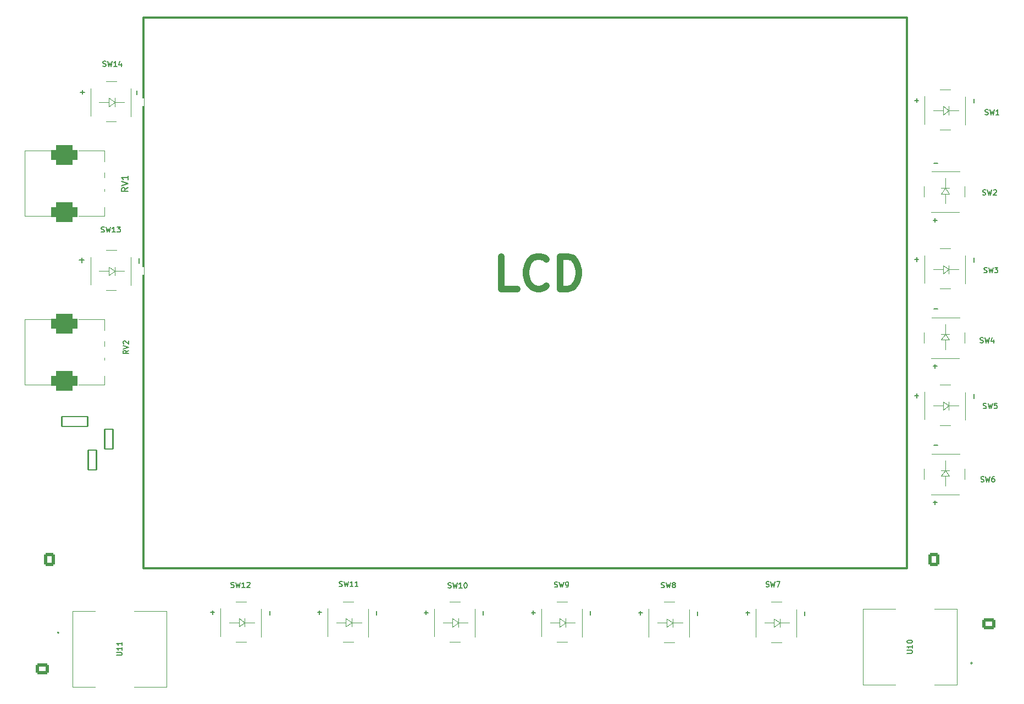
<source format=gto>
G04 #@! TF.GenerationSoftware,KiCad,Pcbnew,9.0.0*
G04 #@! TF.CreationDate,2025-03-19T22:07:30+07:00*
G04 #@! TF.ProjectId,USB_Screen_V0,5553425f-5363-4726-9565-6e5f56302e6b,rev?*
G04 #@! TF.SameCoordinates,PX3f8d880PY80f7230*
G04 #@! TF.FileFunction,Legend,Top*
G04 #@! TF.FilePolarity,Positive*
%FSLAX46Y46*%
G04 Gerber Fmt 4.6, Leading zero omitted, Abs format (unit mm)*
G04 Created by KiCad (PCBNEW 9.0.0) date 2025-03-19 22:07:30*
%MOMM*%
%LPD*%
G01*
G04 APERTURE LIST*
G04 Aperture macros list*
%AMRoundRect*
0 Rectangle with rounded corners*
0 $1 Rounding radius*
0 $2 $3 $4 $5 $6 $7 $8 $9 X,Y pos of 4 corners*
0 Add a 4 corners polygon primitive as box body*
4,1,4,$2,$3,$4,$5,$6,$7,$8,$9,$2,$3,0*
0 Add four circle primitives for the rounded corners*
1,1,$1+$1,$2,$3*
1,1,$1+$1,$4,$5*
1,1,$1+$1,$6,$7*
1,1,$1+$1,$8,$9*
0 Add four rect primitives between the rounded corners*
20,1,$1+$1,$2,$3,$4,$5,0*
20,1,$1+$1,$4,$5,$6,$7,0*
20,1,$1+$1,$6,$7,$8,$9,0*
20,1,$1+$1,$8,$9,$2,$3,0*%
G04 Aperture macros list end*
%ADD10C,0.300000*%
%ADD11C,1.000000*%
%ADD12C,0.200000*%
%ADD13C,0.150000*%
%ADD14C,0.120000*%
%ADD15C,0.100000*%
%ADD16C,1.013500*%
%ADD17R,1.200000X1.500000*%
%ADD18R,1.600000X1.200000*%
%ADD19C,3.200000*%
%ADD20R,1.500000X1.200000*%
%ADD21R,1.200000X1.600000*%
%ADD22R,1.800000X1.800000*%
%ADD23C,1.800000*%
%ADD24RoundRect,0.750000X1.250000X0.750000X-1.250000X0.750000X-1.250000X-0.750000X1.250000X-0.750000X0*%
%ADD25C,1.650000*%
%ADD26C,4.708000*%
%ADD27RoundRect,0.250000X-0.600000X-0.725000X0.600000X-0.725000X0.600000X0.725000X-0.600000X0.725000X0*%
%ADD28O,1.700000X1.950000*%
%ADD29R,1.700000X1.700000*%
%ADD30O,1.700000X1.700000*%
%ADD31C,0.520000*%
%ADD32O,0.520000X0.720000*%
%ADD33O,1.304000X1.554000*%
%ADD34RoundRect,0.250000X0.725000X-0.600000X0.725000X0.600000X-0.725000X0.600000X-0.725000X-0.600000X0*%
%ADD35O,1.950000X1.700000*%
%ADD36RoundRect,0.250000X-0.725000X0.600000X-0.725000X-0.600000X0.725000X-0.600000X0.725000X0.600000X0*%
%ADD37RoundRect,0.102000X-2.000000X0.750000X-2.000000X-0.750000X2.000000X-0.750000X2.000000X0.750000X0*%
%ADD38RoundRect,0.102000X-0.650000X1.500000X-0.650000X-1.500000X0.650000X-1.500000X0.650000X1.500000X0*%
G04 APERTURE END LIST*
D10*
X18454000Y106225000D02*
X136104000Y106225000D01*
X136104000Y21340000D01*
X18454000Y21340000D01*
X18454000Y106225000D01*
D11*
X75999322Y64403905D02*
X73618370Y64403905D01*
X73618370Y64403905D02*
X73618370Y69403905D01*
X80523132Y64880096D02*
X80285036Y64642000D01*
X80285036Y64642000D02*
X79570751Y64403905D01*
X79570751Y64403905D02*
X79094560Y64403905D01*
X79094560Y64403905D02*
X78380274Y64642000D01*
X78380274Y64642000D02*
X77904084Y65118191D01*
X77904084Y65118191D02*
X77665989Y65594381D01*
X77665989Y65594381D02*
X77427893Y66546762D01*
X77427893Y66546762D02*
X77427893Y67261048D01*
X77427893Y67261048D02*
X77665989Y68213429D01*
X77665989Y68213429D02*
X77904084Y68689620D01*
X77904084Y68689620D02*
X78380274Y69165810D01*
X78380274Y69165810D02*
X79094560Y69403905D01*
X79094560Y69403905D02*
X79570751Y69403905D01*
X79570751Y69403905D02*
X80285036Y69165810D01*
X80285036Y69165810D02*
X80523132Y68927715D01*
X82665989Y64403905D02*
X82665989Y69403905D01*
X82665989Y69403905D02*
X83856465Y69403905D01*
X83856465Y69403905D02*
X84570751Y69165810D01*
X84570751Y69165810D02*
X85046941Y68689620D01*
X85046941Y68689620D02*
X85285036Y68213429D01*
X85285036Y68213429D02*
X85523132Y67261048D01*
X85523132Y67261048D02*
X85523132Y66546762D01*
X85523132Y66546762D02*
X85285036Y65594381D01*
X85285036Y65594381D02*
X85046941Y65118191D01*
X85046941Y65118191D02*
X84570751Y64642000D01*
X84570751Y64642000D02*
X83856465Y64403905D01*
X83856465Y64403905D02*
X82665989Y64403905D01*
D12*
X148108332Y91263400D02*
X148222618Y91225305D01*
X148222618Y91225305D02*
X148413094Y91225305D01*
X148413094Y91225305D02*
X148489285Y91263400D01*
X148489285Y91263400D02*
X148527380Y91301496D01*
X148527380Y91301496D02*
X148565475Y91377686D01*
X148565475Y91377686D02*
X148565475Y91453877D01*
X148565475Y91453877D02*
X148527380Y91530067D01*
X148527380Y91530067D02*
X148489285Y91568162D01*
X148489285Y91568162D02*
X148413094Y91606258D01*
X148413094Y91606258D02*
X148260713Y91644353D01*
X148260713Y91644353D02*
X148184523Y91682448D01*
X148184523Y91682448D02*
X148146428Y91720543D01*
X148146428Y91720543D02*
X148108332Y91796734D01*
X148108332Y91796734D02*
X148108332Y91872924D01*
X148108332Y91872924D02*
X148146428Y91949115D01*
X148146428Y91949115D02*
X148184523Y91987210D01*
X148184523Y91987210D02*
X148260713Y92025305D01*
X148260713Y92025305D02*
X148451190Y92025305D01*
X148451190Y92025305D02*
X148565475Y91987210D01*
X148832142Y92025305D02*
X149022618Y91225305D01*
X149022618Y91225305D02*
X149174999Y91796734D01*
X149174999Y91796734D02*
X149327380Y91225305D01*
X149327380Y91225305D02*
X149517857Y92025305D01*
X150241666Y91225305D02*
X149784523Y91225305D01*
X150013095Y91225305D02*
X150013095Y92025305D01*
X150013095Y92025305D02*
X149936904Y91911020D01*
X149936904Y91911020D02*
X149860714Y91834829D01*
X149860714Y91834829D02*
X149784523Y91796734D01*
X137556933Y93149555D02*
X137556933Y93759078D01*
X137861695Y93454317D02*
X137252171Y93454317D01*
X146356933Y93059555D02*
X146356933Y93669078D01*
X147358332Y56128400D02*
X147472618Y56090305D01*
X147472618Y56090305D02*
X147663094Y56090305D01*
X147663094Y56090305D02*
X147739285Y56128400D01*
X147739285Y56128400D02*
X147777380Y56166496D01*
X147777380Y56166496D02*
X147815475Y56242686D01*
X147815475Y56242686D02*
X147815475Y56318877D01*
X147815475Y56318877D02*
X147777380Y56395067D01*
X147777380Y56395067D02*
X147739285Y56433162D01*
X147739285Y56433162D02*
X147663094Y56471258D01*
X147663094Y56471258D02*
X147510713Y56509353D01*
X147510713Y56509353D02*
X147434523Y56547448D01*
X147434523Y56547448D02*
X147396428Y56585543D01*
X147396428Y56585543D02*
X147358332Y56661734D01*
X147358332Y56661734D02*
X147358332Y56737924D01*
X147358332Y56737924D02*
X147396428Y56814115D01*
X147396428Y56814115D02*
X147434523Y56852210D01*
X147434523Y56852210D02*
X147510713Y56890305D01*
X147510713Y56890305D02*
X147701190Y56890305D01*
X147701190Y56890305D02*
X147815475Y56852210D01*
X148082142Y56890305D02*
X148272618Y56090305D01*
X148272618Y56090305D02*
X148424999Y56661734D01*
X148424999Y56661734D02*
X148577380Y56090305D01*
X148577380Y56090305D02*
X148767857Y56890305D01*
X149415476Y56623639D02*
X149415476Y56090305D01*
X149225000Y56928400D02*
X149034523Y56356972D01*
X149034523Y56356972D02*
X149529762Y56356972D01*
X140797945Y61294434D02*
X140188422Y61294434D01*
X140707945Y52494434D02*
X140098422Y52494434D01*
X140403183Y52799196D02*
X140403183Y52189672D01*
X65402380Y18388400D02*
X65516666Y18350305D01*
X65516666Y18350305D02*
X65707142Y18350305D01*
X65707142Y18350305D02*
X65783333Y18388400D01*
X65783333Y18388400D02*
X65821428Y18426496D01*
X65821428Y18426496D02*
X65859523Y18502686D01*
X65859523Y18502686D02*
X65859523Y18578877D01*
X65859523Y18578877D02*
X65821428Y18655067D01*
X65821428Y18655067D02*
X65783333Y18693162D01*
X65783333Y18693162D02*
X65707142Y18731258D01*
X65707142Y18731258D02*
X65554761Y18769353D01*
X65554761Y18769353D02*
X65478571Y18807448D01*
X65478571Y18807448D02*
X65440476Y18845543D01*
X65440476Y18845543D02*
X65402380Y18921734D01*
X65402380Y18921734D02*
X65402380Y18997924D01*
X65402380Y18997924D02*
X65440476Y19074115D01*
X65440476Y19074115D02*
X65478571Y19112210D01*
X65478571Y19112210D02*
X65554761Y19150305D01*
X65554761Y19150305D02*
X65745238Y19150305D01*
X65745238Y19150305D02*
X65859523Y19112210D01*
X66126190Y19150305D02*
X66316666Y18350305D01*
X66316666Y18350305D02*
X66469047Y18921734D01*
X66469047Y18921734D02*
X66621428Y18350305D01*
X66621428Y18350305D02*
X66811905Y19150305D01*
X67535714Y18350305D02*
X67078571Y18350305D01*
X67307143Y18350305D02*
X67307143Y19150305D01*
X67307143Y19150305D02*
X67230952Y19036020D01*
X67230952Y19036020D02*
X67154762Y18959829D01*
X67154762Y18959829D02*
X67078571Y18921734D01*
X68030953Y19150305D02*
X68107143Y19150305D01*
X68107143Y19150305D02*
X68183334Y19112210D01*
X68183334Y19112210D02*
X68221429Y19074115D01*
X68221429Y19074115D02*
X68259524Y18997924D01*
X68259524Y18997924D02*
X68297619Y18845543D01*
X68297619Y18845543D02*
X68297619Y18655067D01*
X68297619Y18655067D02*
X68259524Y18502686D01*
X68259524Y18502686D02*
X68221429Y18426496D01*
X68221429Y18426496D02*
X68183334Y18388400D01*
X68183334Y18388400D02*
X68107143Y18350305D01*
X68107143Y18350305D02*
X68030953Y18350305D01*
X68030953Y18350305D02*
X67954762Y18388400D01*
X67954762Y18388400D02*
X67916667Y18426496D01*
X67916667Y18426496D02*
X67878572Y18502686D01*
X67878572Y18502686D02*
X67840476Y18655067D01*
X67840476Y18655067D02*
X67840476Y18845543D01*
X67840476Y18845543D02*
X67878572Y18997924D01*
X67878572Y18997924D02*
X67916667Y19074115D01*
X67916667Y19074115D02*
X67954762Y19112210D01*
X67954762Y19112210D02*
X68030953Y19150305D01*
X62006933Y14222054D02*
X62006933Y14831577D01*
X62311695Y14526816D02*
X61702171Y14526816D01*
X70806933Y14132054D02*
X70806933Y14741577D01*
D13*
X16074819Y80004762D02*
X15598628Y79671429D01*
X16074819Y79433334D02*
X15074819Y79433334D01*
X15074819Y79433334D02*
X15074819Y79814286D01*
X15074819Y79814286D02*
X15122438Y79909524D01*
X15122438Y79909524D02*
X15170057Y79957143D01*
X15170057Y79957143D02*
X15265295Y80004762D01*
X15265295Y80004762D02*
X15408152Y80004762D01*
X15408152Y80004762D02*
X15503390Y79957143D01*
X15503390Y79957143D02*
X15551009Y79909524D01*
X15551009Y79909524D02*
X15598628Y79814286D01*
X15598628Y79814286D02*
X15598628Y79433334D01*
X15074819Y80290477D02*
X16074819Y80623810D01*
X16074819Y80623810D02*
X15074819Y80957143D01*
X16074819Y81814286D02*
X16074819Y81242858D01*
X16074819Y81528572D02*
X15074819Y81528572D01*
X15074819Y81528572D02*
X15217676Y81433334D01*
X15217676Y81433334D02*
X15312914Y81338096D01*
X15312914Y81338096D02*
X15360533Y81242858D01*
D12*
X11977380Y73188400D02*
X12091666Y73150305D01*
X12091666Y73150305D02*
X12282142Y73150305D01*
X12282142Y73150305D02*
X12358333Y73188400D01*
X12358333Y73188400D02*
X12396428Y73226496D01*
X12396428Y73226496D02*
X12434523Y73302686D01*
X12434523Y73302686D02*
X12434523Y73378877D01*
X12434523Y73378877D02*
X12396428Y73455067D01*
X12396428Y73455067D02*
X12358333Y73493162D01*
X12358333Y73493162D02*
X12282142Y73531258D01*
X12282142Y73531258D02*
X12129761Y73569353D01*
X12129761Y73569353D02*
X12053571Y73607448D01*
X12053571Y73607448D02*
X12015476Y73645543D01*
X12015476Y73645543D02*
X11977380Y73721734D01*
X11977380Y73721734D02*
X11977380Y73797924D01*
X11977380Y73797924D02*
X12015476Y73874115D01*
X12015476Y73874115D02*
X12053571Y73912210D01*
X12053571Y73912210D02*
X12129761Y73950305D01*
X12129761Y73950305D02*
X12320238Y73950305D01*
X12320238Y73950305D02*
X12434523Y73912210D01*
X12701190Y73950305D02*
X12891666Y73150305D01*
X12891666Y73150305D02*
X13044047Y73721734D01*
X13044047Y73721734D02*
X13196428Y73150305D01*
X13196428Y73150305D02*
X13386905Y73950305D01*
X14110714Y73150305D02*
X13653571Y73150305D01*
X13882143Y73150305D02*
X13882143Y73950305D01*
X13882143Y73950305D02*
X13805952Y73836020D01*
X13805952Y73836020D02*
X13729762Y73759829D01*
X13729762Y73759829D02*
X13653571Y73721734D01*
X14377381Y73950305D02*
X14872619Y73950305D01*
X14872619Y73950305D02*
X14605953Y73645543D01*
X14605953Y73645543D02*
X14720238Y73645543D01*
X14720238Y73645543D02*
X14796429Y73607448D01*
X14796429Y73607448D02*
X14834524Y73569353D01*
X14834524Y73569353D02*
X14872619Y73493162D01*
X14872619Y73493162D02*
X14872619Y73302686D01*
X14872619Y73302686D02*
X14834524Y73226496D01*
X14834524Y73226496D02*
X14796429Y73188400D01*
X14796429Y73188400D02*
X14720238Y73150305D01*
X14720238Y73150305D02*
X14491667Y73150305D01*
X14491667Y73150305D02*
X14415476Y73188400D01*
X14415476Y73188400D02*
X14377381Y73226496D01*
X8956266Y68447174D02*
X8956266Y69209078D01*
X9337219Y68828126D02*
X8575314Y68828126D01*
X17756266Y68357174D02*
X17756266Y69119078D01*
X98258332Y18413400D02*
X98372618Y18375305D01*
X98372618Y18375305D02*
X98563094Y18375305D01*
X98563094Y18375305D02*
X98639285Y18413400D01*
X98639285Y18413400D02*
X98677380Y18451496D01*
X98677380Y18451496D02*
X98715475Y18527686D01*
X98715475Y18527686D02*
X98715475Y18603877D01*
X98715475Y18603877D02*
X98677380Y18680067D01*
X98677380Y18680067D02*
X98639285Y18718162D01*
X98639285Y18718162D02*
X98563094Y18756258D01*
X98563094Y18756258D02*
X98410713Y18794353D01*
X98410713Y18794353D02*
X98334523Y18832448D01*
X98334523Y18832448D02*
X98296428Y18870543D01*
X98296428Y18870543D02*
X98258332Y18946734D01*
X98258332Y18946734D02*
X98258332Y19022924D01*
X98258332Y19022924D02*
X98296428Y19099115D01*
X98296428Y19099115D02*
X98334523Y19137210D01*
X98334523Y19137210D02*
X98410713Y19175305D01*
X98410713Y19175305D02*
X98601190Y19175305D01*
X98601190Y19175305D02*
X98715475Y19137210D01*
X98982142Y19175305D02*
X99172618Y18375305D01*
X99172618Y18375305D02*
X99324999Y18946734D01*
X99324999Y18946734D02*
X99477380Y18375305D01*
X99477380Y18375305D02*
X99667857Y19175305D01*
X100086904Y18832448D02*
X100010714Y18870543D01*
X100010714Y18870543D02*
X99972619Y18908639D01*
X99972619Y18908639D02*
X99934523Y18984829D01*
X99934523Y18984829D02*
X99934523Y19022924D01*
X99934523Y19022924D02*
X99972619Y19099115D01*
X99972619Y19099115D02*
X100010714Y19137210D01*
X100010714Y19137210D02*
X100086904Y19175305D01*
X100086904Y19175305D02*
X100239285Y19175305D01*
X100239285Y19175305D02*
X100315476Y19137210D01*
X100315476Y19137210D02*
X100353571Y19099115D01*
X100353571Y19099115D02*
X100391666Y19022924D01*
X100391666Y19022924D02*
X100391666Y18984829D01*
X100391666Y18984829D02*
X100353571Y18908639D01*
X100353571Y18908639D02*
X100315476Y18870543D01*
X100315476Y18870543D02*
X100239285Y18832448D01*
X100239285Y18832448D02*
X100086904Y18832448D01*
X100086904Y18832448D02*
X100010714Y18794353D01*
X100010714Y18794353D02*
X99972619Y18756258D01*
X99972619Y18756258D02*
X99934523Y18680067D01*
X99934523Y18680067D02*
X99934523Y18527686D01*
X99934523Y18527686D02*
X99972619Y18451496D01*
X99972619Y18451496D02*
X100010714Y18413400D01*
X100010714Y18413400D02*
X100086904Y18375305D01*
X100086904Y18375305D02*
X100239285Y18375305D01*
X100239285Y18375305D02*
X100315476Y18413400D01*
X100315476Y18413400D02*
X100353571Y18451496D01*
X100353571Y18451496D02*
X100391666Y18527686D01*
X100391666Y18527686D02*
X100391666Y18680067D01*
X100391666Y18680067D02*
X100353571Y18756258D01*
X100353571Y18756258D02*
X100315476Y18794353D01*
X100315476Y18794353D02*
X100239285Y18832448D01*
X95041933Y14192054D02*
X95041933Y14801577D01*
X95346695Y14496816D02*
X94737171Y14496816D01*
X103841933Y14102054D02*
X103841933Y14711577D01*
X136097695Y8269525D02*
X136745314Y8269525D01*
X136745314Y8269525D02*
X136821504Y8307620D01*
X136821504Y8307620D02*
X136859600Y8345715D01*
X136859600Y8345715D02*
X136897695Y8421906D01*
X136897695Y8421906D02*
X136897695Y8574287D01*
X136897695Y8574287D02*
X136859600Y8650477D01*
X136859600Y8650477D02*
X136821504Y8688572D01*
X136821504Y8688572D02*
X136745314Y8726668D01*
X136745314Y8726668D02*
X136097695Y8726668D01*
X136897695Y9526667D02*
X136897695Y9069524D01*
X136897695Y9298096D02*
X136097695Y9298096D01*
X136097695Y9298096D02*
X136211980Y9221905D01*
X136211980Y9221905D02*
X136288171Y9145715D01*
X136288171Y9145715D02*
X136326266Y9069524D01*
X136097695Y10021906D02*
X136097695Y10098096D01*
X136097695Y10098096D02*
X136135790Y10174287D01*
X136135790Y10174287D02*
X136173885Y10212382D01*
X136173885Y10212382D02*
X136250076Y10250477D01*
X136250076Y10250477D02*
X136402457Y10288572D01*
X136402457Y10288572D02*
X136592933Y10288572D01*
X136592933Y10288572D02*
X136745314Y10250477D01*
X136745314Y10250477D02*
X136821504Y10212382D01*
X136821504Y10212382D02*
X136859600Y10174287D01*
X136859600Y10174287D02*
X136897695Y10098096D01*
X136897695Y10098096D02*
X136897695Y10021906D01*
X136897695Y10021906D02*
X136859600Y9945715D01*
X136859600Y9945715D02*
X136821504Y9907620D01*
X136821504Y9907620D02*
X136745314Y9869525D01*
X136745314Y9869525D02*
X136592933Y9831429D01*
X136592933Y9831429D02*
X136402457Y9831429D01*
X136402457Y9831429D02*
X136250076Y9869525D01*
X136250076Y9869525D02*
X136173885Y9907620D01*
X136173885Y9907620D02*
X136135790Y9945715D01*
X136135790Y9945715D02*
X136097695Y10021906D01*
X14346695Y7944525D02*
X14994314Y7944525D01*
X14994314Y7944525D02*
X15070504Y7982620D01*
X15070504Y7982620D02*
X15108600Y8020715D01*
X15108600Y8020715D02*
X15146695Y8096906D01*
X15146695Y8096906D02*
X15146695Y8249287D01*
X15146695Y8249287D02*
X15108600Y8325477D01*
X15108600Y8325477D02*
X15070504Y8363572D01*
X15070504Y8363572D02*
X14994314Y8401668D01*
X14994314Y8401668D02*
X14346695Y8401668D01*
X15146695Y9201667D02*
X15146695Y8744524D01*
X15146695Y8973096D02*
X14346695Y8973096D01*
X14346695Y8973096D02*
X14460980Y8896905D01*
X14460980Y8896905D02*
X14537171Y8820715D01*
X14537171Y8820715D02*
X14575266Y8744524D01*
X15146695Y9963572D02*
X15146695Y9506429D01*
X15146695Y9735001D02*
X14346695Y9735001D01*
X14346695Y9735001D02*
X14460980Y9658810D01*
X14460980Y9658810D02*
X14537171Y9582620D01*
X14537171Y9582620D02*
X14575266Y9506429D01*
X147458332Y34703400D02*
X147572618Y34665305D01*
X147572618Y34665305D02*
X147763094Y34665305D01*
X147763094Y34665305D02*
X147839285Y34703400D01*
X147839285Y34703400D02*
X147877380Y34741496D01*
X147877380Y34741496D02*
X147915475Y34817686D01*
X147915475Y34817686D02*
X147915475Y34893877D01*
X147915475Y34893877D02*
X147877380Y34970067D01*
X147877380Y34970067D02*
X147839285Y35008162D01*
X147839285Y35008162D02*
X147763094Y35046258D01*
X147763094Y35046258D02*
X147610713Y35084353D01*
X147610713Y35084353D02*
X147534523Y35122448D01*
X147534523Y35122448D02*
X147496428Y35160543D01*
X147496428Y35160543D02*
X147458332Y35236734D01*
X147458332Y35236734D02*
X147458332Y35312924D01*
X147458332Y35312924D02*
X147496428Y35389115D01*
X147496428Y35389115D02*
X147534523Y35427210D01*
X147534523Y35427210D02*
X147610713Y35465305D01*
X147610713Y35465305D02*
X147801190Y35465305D01*
X147801190Y35465305D02*
X147915475Y35427210D01*
X148182142Y35465305D02*
X148372618Y34665305D01*
X148372618Y34665305D02*
X148524999Y35236734D01*
X148524999Y35236734D02*
X148677380Y34665305D01*
X148677380Y34665305D02*
X148867857Y35465305D01*
X149515476Y35465305D02*
X149363095Y35465305D01*
X149363095Y35465305D02*
X149286904Y35427210D01*
X149286904Y35427210D02*
X149248809Y35389115D01*
X149248809Y35389115D02*
X149172619Y35274829D01*
X149172619Y35274829D02*
X149134523Y35122448D01*
X149134523Y35122448D02*
X149134523Y34817686D01*
X149134523Y34817686D02*
X149172619Y34741496D01*
X149172619Y34741496D02*
X149210714Y34703400D01*
X149210714Y34703400D02*
X149286904Y34665305D01*
X149286904Y34665305D02*
X149439285Y34665305D01*
X149439285Y34665305D02*
X149515476Y34703400D01*
X149515476Y34703400D02*
X149553571Y34741496D01*
X149553571Y34741496D02*
X149591666Y34817686D01*
X149591666Y34817686D02*
X149591666Y35008162D01*
X149591666Y35008162D02*
X149553571Y35084353D01*
X149553571Y35084353D02*
X149515476Y35122448D01*
X149515476Y35122448D02*
X149439285Y35160543D01*
X149439285Y35160543D02*
X149286904Y35160543D01*
X149286904Y35160543D02*
X149210714Y35122448D01*
X149210714Y35122448D02*
X149172619Y35084353D01*
X149172619Y35084353D02*
X149134523Y35008162D01*
X140797945Y40294434D02*
X140188422Y40294434D01*
X140707945Y31494434D02*
X140098422Y31494434D01*
X140403183Y31799196D02*
X140403183Y31189672D01*
X31952380Y18438400D02*
X32066666Y18400305D01*
X32066666Y18400305D02*
X32257142Y18400305D01*
X32257142Y18400305D02*
X32333333Y18438400D01*
X32333333Y18438400D02*
X32371428Y18476496D01*
X32371428Y18476496D02*
X32409523Y18552686D01*
X32409523Y18552686D02*
X32409523Y18628877D01*
X32409523Y18628877D02*
X32371428Y18705067D01*
X32371428Y18705067D02*
X32333333Y18743162D01*
X32333333Y18743162D02*
X32257142Y18781258D01*
X32257142Y18781258D02*
X32104761Y18819353D01*
X32104761Y18819353D02*
X32028571Y18857448D01*
X32028571Y18857448D02*
X31990476Y18895543D01*
X31990476Y18895543D02*
X31952380Y18971734D01*
X31952380Y18971734D02*
X31952380Y19047924D01*
X31952380Y19047924D02*
X31990476Y19124115D01*
X31990476Y19124115D02*
X32028571Y19162210D01*
X32028571Y19162210D02*
X32104761Y19200305D01*
X32104761Y19200305D02*
X32295238Y19200305D01*
X32295238Y19200305D02*
X32409523Y19162210D01*
X32676190Y19200305D02*
X32866666Y18400305D01*
X32866666Y18400305D02*
X33019047Y18971734D01*
X33019047Y18971734D02*
X33171428Y18400305D01*
X33171428Y18400305D02*
X33361905Y19200305D01*
X34085714Y18400305D02*
X33628571Y18400305D01*
X33857143Y18400305D02*
X33857143Y19200305D01*
X33857143Y19200305D02*
X33780952Y19086020D01*
X33780952Y19086020D02*
X33704762Y19009829D01*
X33704762Y19009829D02*
X33628571Y18971734D01*
X34390476Y19124115D02*
X34428572Y19162210D01*
X34428572Y19162210D02*
X34504762Y19200305D01*
X34504762Y19200305D02*
X34695238Y19200305D01*
X34695238Y19200305D02*
X34771429Y19162210D01*
X34771429Y19162210D02*
X34809524Y19124115D01*
X34809524Y19124115D02*
X34847619Y19047924D01*
X34847619Y19047924D02*
X34847619Y18971734D01*
X34847619Y18971734D02*
X34809524Y18857448D01*
X34809524Y18857448D02*
X34352381Y18400305D01*
X34352381Y18400305D02*
X34847619Y18400305D01*
X37896933Y14162055D02*
X37896933Y14771578D01*
X29096933Y14252055D02*
X29096933Y14861578D01*
X29401695Y14556817D02*
X28792171Y14556817D01*
X147733332Y78903400D02*
X147847618Y78865305D01*
X147847618Y78865305D02*
X148038094Y78865305D01*
X148038094Y78865305D02*
X148114285Y78903400D01*
X148114285Y78903400D02*
X148152380Y78941496D01*
X148152380Y78941496D02*
X148190475Y79017686D01*
X148190475Y79017686D02*
X148190475Y79093877D01*
X148190475Y79093877D02*
X148152380Y79170067D01*
X148152380Y79170067D02*
X148114285Y79208162D01*
X148114285Y79208162D02*
X148038094Y79246258D01*
X148038094Y79246258D02*
X147885713Y79284353D01*
X147885713Y79284353D02*
X147809523Y79322448D01*
X147809523Y79322448D02*
X147771428Y79360543D01*
X147771428Y79360543D02*
X147733332Y79436734D01*
X147733332Y79436734D02*
X147733332Y79512924D01*
X147733332Y79512924D02*
X147771428Y79589115D01*
X147771428Y79589115D02*
X147809523Y79627210D01*
X147809523Y79627210D02*
X147885713Y79665305D01*
X147885713Y79665305D02*
X148076190Y79665305D01*
X148076190Y79665305D02*
X148190475Y79627210D01*
X148457142Y79665305D02*
X148647618Y78865305D01*
X148647618Y78865305D02*
X148799999Y79436734D01*
X148799999Y79436734D02*
X148952380Y78865305D01*
X148952380Y78865305D02*
X149142857Y79665305D01*
X149409523Y79589115D02*
X149447619Y79627210D01*
X149447619Y79627210D02*
X149523809Y79665305D01*
X149523809Y79665305D02*
X149714285Y79665305D01*
X149714285Y79665305D02*
X149790476Y79627210D01*
X149790476Y79627210D02*
X149828571Y79589115D01*
X149828571Y79589115D02*
X149866666Y79512924D01*
X149866666Y79512924D02*
X149866666Y79436734D01*
X149866666Y79436734D02*
X149828571Y79322448D01*
X149828571Y79322448D02*
X149371428Y78865305D01*
X149371428Y78865305D02*
X149866666Y78865305D01*
X140797945Y83794434D02*
X140188422Y83794434D01*
X140707945Y74994434D02*
X140098422Y74994434D01*
X140403183Y75299196D02*
X140403183Y74689672D01*
X114358332Y18563400D02*
X114472618Y18525305D01*
X114472618Y18525305D02*
X114663094Y18525305D01*
X114663094Y18525305D02*
X114739285Y18563400D01*
X114739285Y18563400D02*
X114777380Y18601496D01*
X114777380Y18601496D02*
X114815475Y18677686D01*
X114815475Y18677686D02*
X114815475Y18753877D01*
X114815475Y18753877D02*
X114777380Y18830067D01*
X114777380Y18830067D02*
X114739285Y18868162D01*
X114739285Y18868162D02*
X114663094Y18906258D01*
X114663094Y18906258D02*
X114510713Y18944353D01*
X114510713Y18944353D02*
X114434523Y18982448D01*
X114434523Y18982448D02*
X114396428Y19020543D01*
X114396428Y19020543D02*
X114358332Y19096734D01*
X114358332Y19096734D02*
X114358332Y19172924D01*
X114358332Y19172924D02*
X114396428Y19249115D01*
X114396428Y19249115D02*
X114434523Y19287210D01*
X114434523Y19287210D02*
X114510713Y19325305D01*
X114510713Y19325305D02*
X114701190Y19325305D01*
X114701190Y19325305D02*
X114815475Y19287210D01*
X115082142Y19325305D02*
X115272618Y18525305D01*
X115272618Y18525305D02*
X115424999Y19096734D01*
X115424999Y19096734D02*
X115577380Y18525305D01*
X115577380Y18525305D02*
X115767857Y19325305D01*
X115996428Y19325305D02*
X116529762Y19325305D01*
X116529762Y19325305D02*
X116186904Y18525305D01*
X111541933Y14192054D02*
X111541933Y14801577D01*
X111846695Y14496816D02*
X111237171Y14496816D01*
X120341933Y14102054D02*
X120341933Y14711577D01*
X147933332Y66938400D02*
X148047618Y66900305D01*
X148047618Y66900305D02*
X148238094Y66900305D01*
X148238094Y66900305D02*
X148314285Y66938400D01*
X148314285Y66938400D02*
X148352380Y66976496D01*
X148352380Y66976496D02*
X148390475Y67052686D01*
X148390475Y67052686D02*
X148390475Y67128877D01*
X148390475Y67128877D02*
X148352380Y67205067D01*
X148352380Y67205067D02*
X148314285Y67243162D01*
X148314285Y67243162D02*
X148238094Y67281258D01*
X148238094Y67281258D02*
X148085713Y67319353D01*
X148085713Y67319353D02*
X148009523Y67357448D01*
X148009523Y67357448D02*
X147971428Y67395543D01*
X147971428Y67395543D02*
X147933332Y67471734D01*
X147933332Y67471734D02*
X147933332Y67547924D01*
X147933332Y67547924D02*
X147971428Y67624115D01*
X147971428Y67624115D02*
X148009523Y67662210D01*
X148009523Y67662210D02*
X148085713Y67700305D01*
X148085713Y67700305D02*
X148276190Y67700305D01*
X148276190Y67700305D02*
X148390475Y67662210D01*
X148657142Y67700305D02*
X148847618Y66900305D01*
X148847618Y66900305D02*
X148999999Y67471734D01*
X148999999Y67471734D02*
X149152380Y66900305D01*
X149152380Y66900305D02*
X149342857Y67700305D01*
X149571428Y67700305D02*
X150066666Y67700305D01*
X150066666Y67700305D02*
X149800000Y67395543D01*
X149800000Y67395543D02*
X149914285Y67395543D01*
X149914285Y67395543D02*
X149990476Y67357448D01*
X149990476Y67357448D02*
X150028571Y67319353D01*
X150028571Y67319353D02*
X150066666Y67243162D01*
X150066666Y67243162D02*
X150066666Y67052686D01*
X150066666Y67052686D02*
X150028571Y66976496D01*
X150028571Y66976496D02*
X149990476Y66938400D01*
X149990476Y66938400D02*
X149914285Y66900305D01*
X149914285Y66900305D02*
X149685714Y66900305D01*
X149685714Y66900305D02*
X149609523Y66938400D01*
X149609523Y66938400D02*
X149571428Y66976496D01*
X146356933Y68559555D02*
X146356933Y69169078D01*
X137556933Y68649555D02*
X137556933Y69259078D01*
X137861695Y68954317D02*
X137252171Y68954317D01*
X147833332Y46038400D02*
X147947618Y46000305D01*
X147947618Y46000305D02*
X148138094Y46000305D01*
X148138094Y46000305D02*
X148214285Y46038400D01*
X148214285Y46038400D02*
X148252380Y46076496D01*
X148252380Y46076496D02*
X148290475Y46152686D01*
X148290475Y46152686D02*
X148290475Y46228877D01*
X148290475Y46228877D02*
X148252380Y46305067D01*
X148252380Y46305067D02*
X148214285Y46343162D01*
X148214285Y46343162D02*
X148138094Y46381258D01*
X148138094Y46381258D02*
X147985713Y46419353D01*
X147985713Y46419353D02*
X147909523Y46457448D01*
X147909523Y46457448D02*
X147871428Y46495543D01*
X147871428Y46495543D02*
X147833332Y46571734D01*
X147833332Y46571734D02*
X147833332Y46647924D01*
X147833332Y46647924D02*
X147871428Y46724115D01*
X147871428Y46724115D02*
X147909523Y46762210D01*
X147909523Y46762210D02*
X147985713Y46800305D01*
X147985713Y46800305D02*
X148176190Y46800305D01*
X148176190Y46800305D02*
X148290475Y46762210D01*
X148557142Y46800305D02*
X148747618Y46000305D01*
X148747618Y46000305D02*
X148899999Y46571734D01*
X148899999Y46571734D02*
X149052380Y46000305D01*
X149052380Y46000305D02*
X149242857Y46800305D01*
X149928571Y46800305D02*
X149547619Y46800305D01*
X149547619Y46800305D02*
X149509523Y46419353D01*
X149509523Y46419353D02*
X149547619Y46457448D01*
X149547619Y46457448D02*
X149623809Y46495543D01*
X149623809Y46495543D02*
X149814285Y46495543D01*
X149814285Y46495543D02*
X149890476Y46457448D01*
X149890476Y46457448D02*
X149928571Y46419353D01*
X149928571Y46419353D02*
X149966666Y46343162D01*
X149966666Y46343162D02*
X149966666Y46152686D01*
X149966666Y46152686D02*
X149928571Y46076496D01*
X149928571Y46076496D02*
X149890476Y46038400D01*
X149890476Y46038400D02*
X149814285Y46000305D01*
X149814285Y46000305D02*
X149623809Y46000305D01*
X149623809Y46000305D02*
X149547619Y46038400D01*
X149547619Y46038400D02*
X149509523Y46076496D01*
X146356933Y47559555D02*
X146356933Y48169078D01*
X137556933Y47649555D02*
X137556933Y48259078D01*
X137861695Y47954317D02*
X137252171Y47954317D01*
X16139695Y54933811D02*
X15758742Y54667144D01*
X16139695Y54476668D02*
X15339695Y54476668D01*
X15339695Y54476668D02*
X15339695Y54781430D01*
X15339695Y54781430D02*
X15377790Y54857620D01*
X15377790Y54857620D02*
X15415885Y54895715D01*
X15415885Y54895715D02*
X15492076Y54933811D01*
X15492076Y54933811D02*
X15606361Y54933811D01*
X15606361Y54933811D02*
X15682552Y54895715D01*
X15682552Y54895715D02*
X15720647Y54857620D01*
X15720647Y54857620D02*
X15758742Y54781430D01*
X15758742Y54781430D02*
X15758742Y54476668D01*
X15339695Y55162382D02*
X16139695Y55429049D01*
X16139695Y55429049D02*
X15339695Y55695715D01*
X15415885Y55924286D02*
X15377790Y55962382D01*
X15377790Y55962382D02*
X15339695Y56038572D01*
X15339695Y56038572D02*
X15339695Y56229048D01*
X15339695Y56229048D02*
X15377790Y56305239D01*
X15377790Y56305239D02*
X15415885Y56343334D01*
X15415885Y56343334D02*
X15492076Y56381429D01*
X15492076Y56381429D02*
X15568266Y56381429D01*
X15568266Y56381429D02*
X15682552Y56343334D01*
X15682552Y56343334D02*
X16139695Y55886191D01*
X16139695Y55886191D02*
X16139695Y56381429D01*
X81783332Y18488400D02*
X81897618Y18450305D01*
X81897618Y18450305D02*
X82088094Y18450305D01*
X82088094Y18450305D02*
X82164285Y18488400D01*
X82164285Y18488400D02*
X82202380Y18526496D01*
X82202380Y18526496D02*
X82240475Y18602686D01*
X82240475Y18602686D02*
X82240475Y18678877D01*
X82240475Y18678877D02*
X82202380Y18755067D01*
X82202380Y18755067D02*
X82164285Y18793162D01*
X82164285Y18793162D02*
X82088094Y18831258D01*
X82088094Y18831258D02*
X81935713Y18869353D01*
X81935713Y18869353D02*
X81859523Y18907448D01*
X81859523Y18907448D02*
X81821428Y18945543D01*
X81821428Y18945543D02*
X81783332Y19021734D01*
X81783332Y19021734D02*
X81783332Y19097924D01*
X81783332Y19097924D02*
X81821428Y19174115D01*
X81821428Y19174115D02*
X81859523Y19212210D01*
X81859523Y19212210D02*
X81935713Y19250305D01*
X81935713Y19250305D02*
X82126190Y19250305D01*
X82126190Y19250305D02*
X82240475Y19212210D01*
X82507142Y19250305D02*
X82697618Y18450305D01*
X82697618Y18450305D02*
X82849999Y19021734D01*
X82849999Y19021734D02*
X83002380Y18450305D01*
X83002380Y18450305D02*
X83192857Y19250305D01*
X83535714Y18450305D02*
X83688095Y18450305D01*
X83688095Y18450305D02*
X83764285Y18488400D01*
X83764285Y18488400D02*
X83802381Y18526496D01*
X83802381Y18526496D02*
X83878571Y18640781D01*
X83878571Y18640781D02*
X83916666Y18793162D01*
X83916666Y18793162D02*
X83916666Y19097924D01*
X83916666Y19097924D02*
X83878571Y19174115D01*
X83878571Y19174115D02*
X83840476Y19212210D01*
X83840476Y19212210D02*
X83764285Y19250305D01*
X83764285Y19250305D02*
X83611904Y19250305D01*
X83611904Y19250305D02*
X83535714Y19212210D01*
X83535714Y19212210D02*
X83497619Y19174115D01*
X83497619Y19174115D02*
X83459523Y19097924D01*
X83459523Y19097924D02*
X83459523Y18907448D01*
X83459523Y18907448D02*
X83497619Y18831258D01*
X83497619Y18831258D02*
X83535714Y18793162D01*
X83535714Y18793162D02*
X83611904Y18755067D01*
X83611904Y18755067D02*
X83764285Y18755067D01*
X83764285Y18755067D02*
X83840476Y18793162D01*
X83840476Y18793162D02*
X83878571Y18831258D01*
X83878571Y18831258D02*
X83916666Y18907448D01*
X78506933Y14222054D02*
X78506933Y14831577D01*
X78811695Y14526816D02*
X78202171Y14526816D01*
X87306933Y14132054D02*
X87306933Y14741577D01*
X48627380Y18588400D02*
X48741666Y18550305D01*
X48741666Y18550305D02*
X48932142Y18550305D01*
X48932142Y18550305D02*
X49008333Y18588400D01*
X49008333Y18588400D02*
X49046428Y18626496D01*
X49046428Y18626496D02*
X49084523Y18702686D01*
X49084523Y18702686D02*
X49084523Y18778877D01*
X49084523Y18778877D02*
X49046428Y18855067D01*
X49046428Y18855067D02*
X49008333Y18893162D01*
X49008333Y18893162D02*
X48932142Y18931258D01*
X48932142Y18931258D02*
X48779761Y18969353D01*
X48779761Y18969353D02*
X48703571Y19007448D01*
X48703571Y19007448D02*
X48665476Y19045543D01*
X48665476Y19045543D02*
X48627380Y19121734D01*
X48627380Y19121734D02*
X48627380Y19197924D01*
X48627380Y19197924D02*
X48665476Y19274115D01*
X48665476Y19274115D02*
X48703571Y19312210D01*
X48703571Y19312210D02*
X48779761Y19350305D01*
X48779761Y19350305D02*
X48970238Y19350305D01*
X48970238Y19350305D02*
X49084523Y19312210D01*
X49351190Y19350305D02*
X49541666Y18550305D01*
X49541666Y18550305D02*
X49694047Y19121734D01*
X49694047Y19121734D02*
X49846428Y18550305D01*
X49846428Y18550305D02*
X50036905Y19350305D01*
X50760714Y18550305D02*
X50303571Y18550305D01*
X50532143Y18550305D02*
X50532143Y19350305D01*
X50532143Y19350305D02*
X50455952Y19236020D01*
X50455952Y19236020D02*
X50379762Y19159829D01*
X50379762Y19159829D02*
X50303571Y19121734D01*
X51522619Y18550305D02*
X51065476Y18550305D01*
X51294048Y18550305D02*
X51294048Y19350305D01*
X51294048Y19350305D02*
X51217857Y19236020D01*
X51217857Y19236020D02*
X51141667Y19159829D01*
X51141667Y19159829D02*
X51065476Y19121734D01*
X54396933Y14162055D02*
X54396933Y14771578D01*
X45596933Y14252055D02*
X45596933Y14861578D01*
X45901695Y14556817D02*
X45292171Y14556817D01*
X12227380Y98713400D02*
X12341666Y98675305D01*
X12341666Y98675305D02*
X12532142Y98675305D01*
X12532142Y98675305D02*
X12608333Y98713400D01*
X12608333Y98713400D02*
X12646428Y98751496D01*
X12646428Y98751496D02*
X12684523Y98827686D01*
X12684523Y98827686D02*
X12684523Y98903877D01*
X12684523Y98903877D02*
X12646428Y98980067D01*
X12646428Y98980067D02*
X12608333Y99018162D01*
X12608333Y99018162D02*
X12532142Y99056258D01*
X12532142Y99056258D02*
X12379761Y99094353D01*
X12379761Y99094353D02*
X12303571Y99132448D01*
X12303571Y99132448D02*
X12265476Y99170543D01*
X12265476Y99170543D02*
X12227380Y99246734D01*
X12227380Y99246734D02*
X12227380Y99322924D01*
X12227380Y99322924D02*
X12265476Y99399115D01*
X12265476Y99399115D02*
X12303571Y99437210D01*
X12303571Y99437210D02*
X12379761Y99475305D01*
X12379761Y99475305D02*
X12570238Y99475305D01*
X12570238Y99475305D02*
X12684523Y99437210D01*
X12951190Y99475305D02*
X13141666Y98675305D01*
X13141666Y98675305D02*
X13294047Y99246734D01*
X13294047Y99246734D02*
X13446428Y98675305D01*
X13446428Y98675305D02*
X13636905Y99475305D01*
X14360714Y98675305D02*
X13903571Y98675305D01*
X14132143Y98675305D02*
X14132143Y99475305D01*
X14132143Y99475305D02*
X14055952Y99361020D01*
X14055952Y99361020D02*
X13979762Y99284829D01*
X13979762Y99284829D02*
X13903571Y99246734D01*
X15046429Y99208639D02*
X15046429Y98675305D01*
X14855953Y99513400D02*
X14665476Y98941972D01*
X14665476Y98941972D02*
X15160715Y98941972D01*
X9056933Y94399555D02*
X9056933Y95009078D01*
X9361695Y94704317D02*
X8752171Y94704317D01*
X17461933Y94309555D02*
X17461933Y94919078D01*
D14*
X138800000Y89767500D02*
X138800000Y94067500D01*
D15*
X140140000Y91897500D02*
X141620000Y91897500D01*
D14*
X141170000Y88917500D02*
X142770000Y88917500D01*
X141180000Y95137500D02*
X142780000Y95137500D01*
D15*
X141620000Y92547500D02*
X141620000Y91897500D01*
X141620000Y91897500D02*
X141620000Y91247500D01*
X141620000Y91247500D02*
X142520000Y91897500D01*
X142520000Y92547500D02*
X142520000Y91897500D01*
X142520000Y91897500D02*
X141620000Y92547500D01*
X142520000Y91897500D02*
X142520000Y91247500D01*
X142520000Y91897500D02*
X144000000Y91897500D01*
D14*
X145040000Y89697500D02*
X145040000Y93997500D01*
X138720000Y56117500D02*
X138720000Y57717500D01*
D15*
X141310000Y57457500D02*
X141960000Y57457500D01*
X141310000Y56557500D02*
X141960000Y56557500D01*
X141960000Y57457500D02*
X141310000Y56557500D01*
X141960000Y57457500D02*
X141960000Y58937500D01*
X141960000Y57457500D02*
X142610000Y57457500D01*
X141960000Y56557500D02*
X142610000Y56557500D01*
X141960000Y55077500D02*
X141960000Y56557500D01*
X142610000Y56557500D02*
X141960000Y57457500D01*
D14*
X144090000Y53737500D02*
X139790000Y53737500D01*
X144160000Y59977500D02*
X139860000Y59977500D01*
X144940000Y56107500D02*
X144940000Y57707500D01*
X63250000Y10839999D02*
X63250000Y15139999D01*
D15*
X64590000Y12969999D02*
X66070000Y12969999D01*
D14*
X65620000Y9989999D02*
X67220000Y9989999D01*
X65630000Y16209999D02*
X67230000Y16209999D01*
D15*
X66070000Y13619999D02*
X66070000Y12969999D01*
X66070000Y12969999D02*
X66070000Y12319999D01*
X66070000Y12319999D02*
X66970000Y12969999D01*
X66970000Y13619999D02*
X66970000Y12969999D01*
X66970000Y12969999D02*
X66070000Y13619999D01*
X66970000Y12969999D02*
X66970000Y12319999D01*
X66970000Y12969999D02*
X68450000Y12969999D01*
D14*
X69490000Y10769999D02*
X69490000Y15069999D01*
X180000Y75639000D02*
X180000Y85680000D01*
X4116000Y85680000D02*
X180000Y85680000D01*
X4116000Y75639000D02*
X180000Y75639000D01*
X12420000Y85680000D02*
X8483000Y85680000D01*
X12420000Y84030000D02*
X12420000Y85680000D01*
X12420000Y81531000D02*
X12420000Y82290000D01*
X12420000Y79410000D02*
X12420000Y79790000D01*
X12420000Y75639000D02*
X8483000Y75639000D01*
X12420000Y75639000D02*
X12420000Y76960000D01*
X10300000Y65017500D02*
X10300000Y69317500D01*
D15*
X11640000Y67147500D02*
X13120000Y67147500D01*
D14*
X12670000Y64167500D02*
X14270000Y64167500D01*
X12680000Y70387500D02*
X14280000Y70387500D01*
D15*
X13120000Y67797500D02*
X13120000Y67147500D01*
X13120000Y67147500D02*
X13120000Y66497500D01*
X13120000Y66497500D02*
X14020000Y67147500D01*
X14020000Y67797500D02*
X14020000Y67147500D01*
X14020000Y67147500D02*
X13120000Y67797500D01*
X14020000Y67147500D02*
X14020000Y66497500D01*
X14020000Y67147500D02*
X15500000Y67147500D01*
D14*
X16540000Y64947500D02*
X16540000Y69247500D01*
X96285000Y10809999D02*
X96285000Y15109999D01*
D15*
X97625000Y12939999D02*
X99105000Y12939999D01*
D14*
X98655000Y9959999D02*
X100255000Y9959999D01*
X98665000Y16179999D02*
X100265000Y16179999D01*
D15*
X99105000Y13589999D02*
X99105000Y12939999D01*
X99105000Y12939999D02*
X99105000Y12289999D01*
X99105000Y12289999D02*
X100005000Y12939999D01*
X100005000Y13589999D02*
X100005000Y12939999D01*
X100005000Y12939999D02*
X99105000Y13589999D01*
X100005000Y12939999D02*
X100005000Y12289999D01*
X100005000Y12939999D02*
X101485000Y12939999D01*
D14*
X102525000Y10739999D02*
X102525000Y15039999D01*
D15*
X129300000Y15110000D02*
X134300000Y15110000D01*
X129300000Y3410000D02*
X129300000Y15110000D01*
X134300000Y3410000D02*
X129300000Y3410000D01*
X140300000Y3410000D02*
X143800000Y3410000D01*
X143800000Y15110000D02*
X140300000Y15110000D01*
X143800000Y3410000D02*
X143800000Y15110000D01*
D12*
X146000000Y6860000D02*
X146000000Y6860000D01*
X146000000Y6660000D02*
X146000000Y6660000D01*
X146000000Y6860000D02*
G75*
G02*
X146000000Y6660000I0J-100000D01*
G01*
X146000000Y6660000D02*
G75*
G02*
X146000000Y6860000I0J100000D01*
G01*
X5325000Y11535000D02*
X5325000Y11535000D01*
X5325000Y11335000D02*
X5325000Y11335000D01*
D15*
X7525000Y14785000D02*
X7525000Y3085000D01*
X7525000Y3085000D02*
X11025000Y3085000D01*
X11025000Y14785000D02*
X7525000Y14785000D01*
X17025000Y14785000D02*
X22025000Y14785000D01*
X22025000Y14785000D02*
X22025000Y3085000D01*
X22025000Y3085000D02*
X17025000Y3085000D01*
D12*
X5325000Y11535000D02*
G75*
G02*
X5325000Y11335000I0J-100000D01*
G01*
X5325000Y11335000D02*
G75*
G02*
X5325000Y11535000I0J100000D01*
G01*
D14*
X138720000Y35117500D02*
X138720000Y36717500D01*
D15*
X141310000Y36457500D02*
X141960000Y36457500D01*
X141310000Y35557500D02*
X141960000Y35557500D01*
X141960000Y36457500D02*
X141310000Y35557500D01*
X141960000Y36457500D02*
X141960000Y37937500D01*
X141960000Y36457500D02*
X142610000Y36457500D01*
X141960000Y35557500D02*
X142610000Y35557500D01*
X141960000Y34077500D02*
X141960000Y35557500D01*
X142610000Y35557500D02*
X141960000Y36457500D01*
D14*
X144090000Y32737500D02*
X139790000Y32737500D01*
X144160000Y38977500D02*
X139860000Y38977500D01*
X144940000Y35107500D02*
X144940000Y36707500D01*
X30340000Y10870000D02*
X30340000Y15170000D01*
D15*
X31680000Y13000000D02*
X33160000Y13000000D01*
D14*
X32710000Y10020000D02*
X34310000Y10020000D01*
X32720000Y16240000D02*
X34320000Y16240000D01*
D15*
X33160000Y13650000D02*
X33160000Y13000000D01*
X33160000Y13000000D02*
X33160000Y12350000D01*
X33160000Y12350000D02*
X34060000Y13000000D01*
X34060000Y13650000D02*
X34060000Y13000000D01*
X34060000Y13000000D02*
X33160000Y13650000D01*
X34060000Y13000000D02*
X34060000Y12350000D01*
X34060000Y13000000D02*
X35540000Y13000000D01*
D14*
X36580000Y10800000D02*
X36580000Y15100000D01*
X138720000Y78617500D02*
X138720000Y80217500D01*
D15*
X141310000Y79957500D02*
X141960000Y79957500D01*
X141310000Y79057500D02*
X141960000Y79057500D01*
X141960000Y79957500D02*
X141310000Y79057500D01*
X141960000Y79957500D02*
X141960000Y81437500D01*
X141960000Y79957500D02*
X142610000Y79957500D01*
X141960000Y79057500D02*
X142610000Y79057500D01*
X141960000Y77577500D02*
X141960000Y79057500D01*
X142610000Y79057500D02*
X141960000Y79957500D01*
D14*
X144090000Y76237500D02*
X139790000Y76237500D01*
X144160000Y82477500D02*
X139860000Y82477500D01*
X144940000Y78607500D02*
X144940000Y80207500D01*
X112785000Y10809999D02*
X112785000Y15109999D01*
D15*
X114125000Y12939999D02*
X115605000Y12939999D01*
D14*
X115155000Y9959999D02*
X116755000Y9959999D01*
X115165000Y16179999D02*
X116765000Y16179999D01*
D15*
X115605000Y13589999D02*
X115605000Y12939999D01*
X115605000Y12939999D02*
X115605000Y12289999D01*
X115605000Y12289999D02*
X116505000Y12939999D01*
X116505000Y13589999D02*
X116505000Y12939999D01*
X116505000Y12939999D02*
X115605000Y13589999D01*
X116505000Y12939999D02*
X116505000Y12289999D01*
X116505000Y12939999D02*
X117985000Y12939999D01*
D14*
X119025000Y10739999D02*
X119025000Y15039999D01*
X138800000Y65267500D02*
X138800000Y69567500D01*
D15*
X140140000Y67397500D02*
X141620000Y67397500D01*
D14*
X141170000Y64417500D02*
X142770000Y64417500D01*
X141180000Y70637500D02*
X142780000Y70637500D01*
D15*
X141620000Y68047500D02*
X141620000Y67397500D01*
X141620000Y67397500D02*
X141620000Y66747500D01*
X141620000Y66747500D02*
X142520000Y67397500D01*
X142520000Y68047500D02*
X142520000Y67397500D01*
X142520000Y67397500D02*
X141620000Y68047500D01*
X142520000Y67397500D02*
X142520000Y66747500D01*
X142520000Y67397500D02*
X144000000Y67397500D01*
D14*
X145040000Y65197500D02*
X145040000Y69497500D01*
X138800000Y44267500D02*
X138800000Y48567500D01*
D15*
X140140000Y46397500D02*
X141620000Y46397500D01*
D14*
X141170000Y43417500D02*
X142770000Y43417500D01*
X141180000Y49637500D02*
X142780000Y49637500D01*
D15*
X141620000Y47047500D02*
X141620000Y46397500D01*
X141620000Y46397500D02*
X141620000Y45747500D01*
X141620000Y45747500D02*
X142520000Y46397500D01*
X142520000Y47047500D02*
X142520000Y46397500D01*
X142520000Y46397500D02*
X141620000Y47047500D01*
X142520000Y46397500D02*
X142520000Y45747500D01*
X142520000Y46397500D02*
X144000000Y46397500D01*
D14*
X145040000Y44197500D02*
X145040000Y48497500D01*
X180000Y49639000D02*
X180000Y59680000D01*
X4116000Y59680000D02*
X180000Y59680000D01*
X4116000Y49639000D02*
X180000Y49639000D01*
X12420000Y59680000D02*
X8483000Y59680000D01*
X12420000Y58030000D02*
X12420000Y59680000D01*
X12420000Y55531000D02*
X12420000Y56290000D01*
X12420000Y53410000D02*
X12420000Y53790000D01*
X12420000Y49639000D02*
X8483000Y49639000D01*
X12420000Y49639000D02*
X12420000Y50960000D01*
X79750000Y10839999D02*
X79750000Y15139999D01*
D15*
X81090000Y12969999D02*
X82570000Y12969999D01*
D14*
X82120000Y9989999D02*
X83720000Y9989999D01*
X82130000Y16209999D02*
X83730000Y16209999D01*
D15*
X82570000Y13619999D02*
X82570000Y12969999D01*
X82570000Y12969999D02*
X82570000Y12319999D01*
X82570000Y12319999D02*
X83470000Y12969999D01*
X83470000Y13619999D02*
X83470000Y12969999D01*
X83470000Y12969999D02*
X82570000Y13619999D01*
X83470000Y12969999D02*
X83470000Y12319999D01*
X83470000Y12969999D02*
X84950000Y12969999D01*
D14*
X85990000Y10769999D02*
X85990000Y15069999D01*
X46840000Y10870000D02*
X46840000Y15170000D01*
D15*
X48180000Y13000000D02*
X49660000Y13000000D01*
D14*
X49210000Y10020000D02*
X50810000Y10020000D01*
X49220000Y16240000D02*
X50820000Y16240000D01*
D15*
X49660000Y13650000D02*
X49660000Y13000000D01*
X49660000Y13000000D02*
X49660000Y12350000D01*
X49660000Y12350000D02*
X50560000Y13000000D01*
X50560000Y13650000D02*
X50560000Y13000000D01*
X50560000Y13000000D02*
X49660000Y13650000D01*
X50560000Y13000000D02*
X50560000Y12350000D01*
X50560000Y13000000D02*
X52040000Y13000000D01*
D14*
X53080000Y10800000D02*
X53080000Y15100000D01*
X10300000Y91017500D02*
X10300000Y95317500D01*
D15*
X11640000Y93147500D02*
X13120000Y93147500D01*
D14*
X12670000Y90167500D02*
X14270000Y90167500D01*
X12680000Y96387500D02*
X14280000Y96387500D01*
D15*
X13120000Y93797500D02*
X13120000Y93147500D01*
X13120000Y93147500D02*
X13120000Y92497500D01*
X13120000Y92497500D02*
X14020000Y93147500D01*
X14020000Y93797500D02*
X14020000Y93147500D01*
X14020000Y93147500D02*
X13120000Y93797500D01*
X14020000Y93147500D02*
X14020000Y92497500D01*
X14020000Y93147500D02*
X15500000Y93147500D01*
D14*
X16540000Y90947500D02*
X16540000Y95247500D01*
%LPC*%
D16*
X3344250Y96477500D02*
G75*
G02*
X2330750Y96477500I-506750J0D01*
G01*
X2330750Y96477500D02*
G75*
G02*
X3344250Y96477500I506750J0D01*
G01*
X6644250Y103727500D02*
G75*
G02*
X5630750Y103727500I-506750J0D01*
G01*
X5630750Y103727500D02*
G75*
G02*
X6644250Y103727500I506750J0D01*
G01*
X6644250Y89227500D02*
G75*
G02*
X5630750Y89227500I-506750J0D01*
G01*
X5630750Y89227500D02*
G75*
G02*
X6644250Y89227500I506750J0D01*
G01*
D17*
X139710000Y87647500D03*
X139710000Y96147500D03*
X144210000Y87647500D03*
X144210000Y96147500D03*
D18*
X146260000Y91897500D03*
X137660000Y91897500D03*
D19*
X145250000Y29000000D03*
D20*
X146210000Y54647500D03*
X137710000Y54647500D03*
X146210000Y59147500D03*
X137710000Y59147500D03*
D21*
X141960000Y61197500D03*
X141960000Y52597500D03*
D17*
X64160000Y8719999D03*
X64160000Y17219999D03*
X68660000Y8719999D03*
X68660000Y17219999D03*
D18*
X70710000Y12969999D03*
X62110000Y12969999D03*
D22*
X13300000Y78160000D03*
D23*
X13300000Y80660000D03*
X13300000Y83160000D03*
D24*
X6300000Y76260000D03*
X6300000Y85060000D03*
D17*
X11210000Y62897500D03*
X11210000Y71397500D03*
X15710000Y62897500D03*
X15710000Y71397500D03*
D18*
X17760000Y67147500D03*
X9160000Y67147500D03*
D19*
X12750000Y104200000D03*
D17*
X97195000Y8689999D03*
X97195000Y17189999D03*
X101695000Y8689999D03*
X101695000Y17189999D03*
D18*
X103745000Y12939999D03*
X95145000Y12939999D03*
D19*
X7250000Y30460000D03*
D25*
X144800000Y6760000D03*
X127800000Y6720000D03*
X144800000Y11760000D03*
X127800000Y11800000D03*
X144800000Y9260000D03*
X127800000Y9260000D03*
X130300000Y6760000D03*
X130300000Y11760000D03*
D26*
X137300000Y3760000D03*
X137300000Y14760000D03*
D25*
X6525000Y11435000D03*
X23525000Y11475000D03*
X6525000Y6435000D03*
X23525000Y6395000D03*
X6525000Y8935000D03*
X23525000Y8935000D03*
X21025000Y11435000D03*
X21025000Y6435000D03*
D26*
X14025000Y14435000D03*
X14025000Y3435000D03*
D20*
X146210000Y33647500D03*
X137710000Y33647500D03*
X146210000Y38147500D03*
X137710000Y38147500D03*
D21*
X141960000Y40197500D03*
X141960000Y31597500D03*
D17*
X31250000Y8750000D03*
X31250000Y17250000D03*
X35750000Y8750000D03*
X35750000Y17250000D03*
D18*
X37800000Y13000000D03*
X29200000Y13000000D03*
D20*
X146210000Y77147500D03*
X137710000Y77147500D03*
X146210000Y81647500D03*
X137710000Y81647500D03*
D21*
X141960000Y83697500D03*
X141960000Y75097500D03*
D19*
X145250000Y104200000D03*
D17*
X113695000Y8689999D03*
X113695000Y17189999D03*
X118195000Y8689999D03*
X118195000Y17189999D03*
D18*
X120245000Y12939999D03*
X111645000Y12939999D03*
D17*
X139710000Y63147500D03*
X139710000Y71647500D03*
X144210000Y63147500D03*
X144210000Y71647500D03*
D18*
X146260000Y67397500D03*
X137660000Y67397500D03*
D17*
X139710000Y42147500D03*
X139710000Y50647500D03*
X144210000Y42147500D03*
X144210000Y50647500D03*
D18*
X146260000Y46397500D03*
X137660000Y46397500D03*
D22*
X13300000Y52160000D03*
D23*
X13300000Y54660000D03*
X13300000Y57160000D03*
D24*
X6300000Y50260000D03*
X6300000Y59060000D03*
D17*
X80660000Y8719999D03*
X80660000Y17219999D03*
X85160000Y8719999D03*
X85160000Y17219999D03*
D18*
X87210000Y12969999D03*
X78610000Y12969999D03*
D17*
X47750000Y8750000D03*
X47750000Y17250000D03*
X52250000Y8750000D03*
X52250000Y17250000D03*
D18*
X54300000Y13000000D03*
X45700000Y13000000D03*
D17*
X11210000Y88897500D03*
X11210000Y97397500D03*
X15710000Y88897500D03*
X15710000Y97397500D03*
D18*
X17760000Y93147500D03*
X9160000Y93147500D03*
D27*
X140175000Y22710000D03*
D28*
X142675000Y22710000D03*
X145175000Y22710000D03*
X147675000Y22710000D03*
D29*
X20375000Y103760000D03*
D30*
X22915000Y103760000D03*
X25455000Y103760000D03*
X27995000Y103760000D03*
D31*
X4660000Y70380000D03*
D32*
X4660000Y62880000D03*
D33*
X6810000Y69030000D03*
X2510000Y69030000D03*
X6810000Y64230000D03*
X2510000Y64230000D03*
D27*
X4025000Y22710000D03*
D28*
X6525000Y22710000D03*
X9025000Y22710000D03*
X11525000Y22710000D03*
D34*
X2875000Y5885000D03*
D35*
X2875000Y8385000D03*
X2875000Y10885000D03*
X2875000Y13385000D03*
D36*
X148700000Y12785000D03*
D35*
X148700000Y10285000D03*
X148700000Y7785000D03*
X148700000Y5285000D03*
D37*
X7900000Y43960000D03*
D38*
X13130000Y41290000D03*
X10630000Y38010000D03*
D29*
X40025000Y2285000D03*
D30*
X37485000Y2285000D03*
X34945000Y2285000D03*
X32405000Y2285000D03*
X29865000Y2285000D03*
%LPD*%
M02*

</source>
